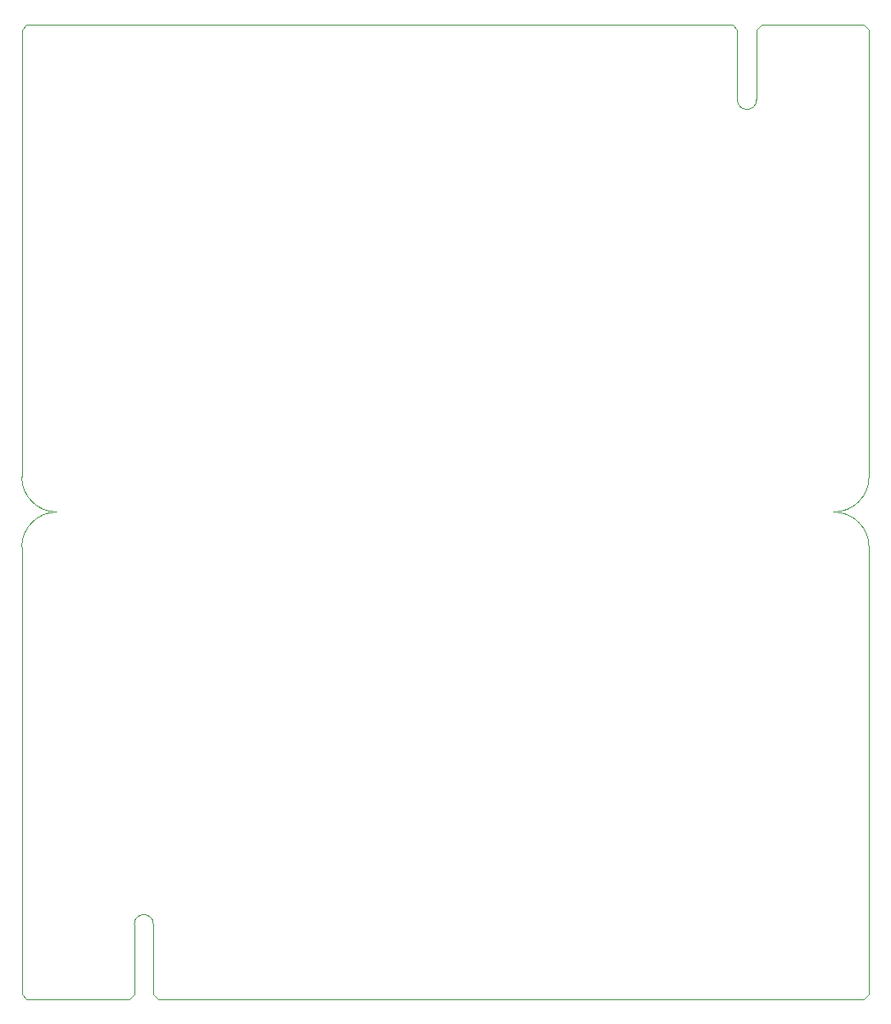
<source format=gbr>
%TF.GenerationSoftware,KiCad,Pcbnew,(5.1.6)-1*%
%TF.CreationDate,2020-06-21T16:44:25+09:00*%
%TF.ProjectId,CAN_H-Bridge_Solo_MD_fin,43414e5f-482d-4427-9269-6467655f536f,rev?*%
%TF.SameCoordinates,Original*%
%TF.FileFunction,Profile,NP*%
%FSLAX46Y46*%
G04 Gerber Fmt 4.6, Leading zero omitted, Abs format (unit mm)*
G04 Created by KiCad (PCBNEW (5.1.6)-1) date 2020-06-21 16:44:25*
%MOMM*%
%LPD*%
G01*
G04 APERTURE LIST*
%TA.AperFunction,Profile*%
%ADD10C,0.100000*%
%TD*%
G04 APERTURE END LIST*
D10*
X184650000Y-62950000D02*
X184650000Y-99500000D01*
X103850000Y-103000000D02*
G75*
G02*
X100350000Y-99500000I0J3500000D01*
G01*
X184650000Y-99500000D02*
G75*
G02*
X181150000Y-103000000I-3500000J0D01*
G01*
X100350000Y-99500000D02*
X100350000Y-62950000D01*
X100350000Y-106500000D02*
G75*
G02*
X103850000Y-103000000I3500000J0D01*
G01*
X181150000Y-103000000D02*
G75*
G02*
X184650000Y-106500000I0J-3500000D01*
G01*
X184650000Y-106500000D02*
X184650000Y-143050000D01*
X100350000Y-143050000D02*
X100350000Y-106500000D01*
%TO.C,J3*%
X173450000Y-62000000D02*
X173450000Y-55050000D01*
X171550000Y-62000000D02*
X171550000Y-55050000D01*
X184650000Y-62950000D02*
X184650000Y-55050000D01*
X184150000Y-54550000D02*
X173950000Y-54550000D01*
X100350000Y-62950000D02*
X100350000Y-55050000D01*
X171050000Y-54550000D02*
X100850000Y-54550000D01*
X184650000Y-55050000D02*
X184150000Y-54550000D01*
X173450000Y-55050000D02*
X173950000Y-54550000D01*
X171550000Y-55050000D02*
X171050000Y-54550000D01*
X100350000Y-55050000D02*
X100850000Y-54550000D01*
X173450000Y-62000000D02*
G75*
G02*
X171550000Y-62000000I-950000J0D01*
G01*
X184650000Y-150950000D02*
X184150000Y-151450000D01*
X113450000Y-150950000D02*
X113950000Y-151450000D01*
X111550000Y-150950000D02*
X111050000Y-151450000D01*
X100350000Y-150950000D02*
X100850000Y-151450000D01*
X113950000Y-151450000D02*
X184150000Y-151450000D01*
X184650000Y-143050000D02*
X184650000Y-150950000D01*
X100850000Y-151450000D02*
X111050000Y-151450000D01*
X100350000Y-143050000D02*
X100350000Y-150950000D01*
X113450000Y-144000000D02*
X113450000Y-150950000D01*
X111550000Y-144000000D02*
X111550000Y-150950000D01*
X111550000Y-144000000D02*
G75*
G02*
X113450000Y-144000000I950000J0D01*
G01*
%TD*%
M02*

</source>
